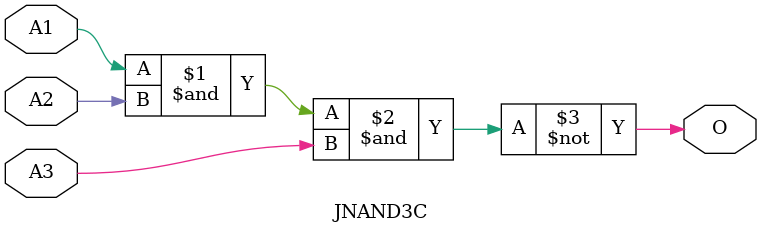
<source format=v>
module JNAND3C(A1, A2, A3, O);
input   A1;
input   A2;
input   A3;
output  O;
nand g0(O, A1, A2, A3);
endmodule
</source>
